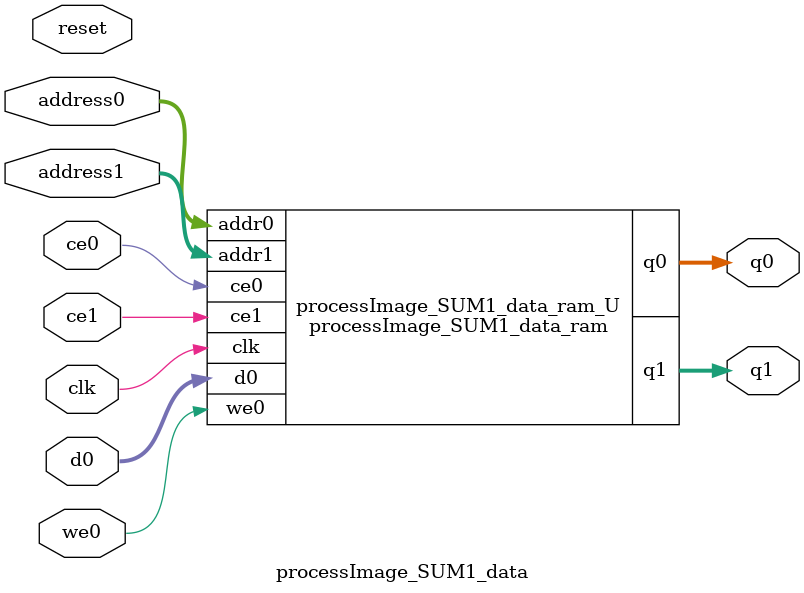
<source format=v>
`timescale 1 ns / 1 ps
module processImage_SUM1_data_ram (addr0, ce0, d0, we0, q0, addr1, ce1, q1,  clk);

parameter DWIDTH = 32;
parameter AWIDTH = 17;
parameter MEM_SIZE = 76800;

input[AWIDTH-1:0] addr0;
input ce0;
input[DWIDTH-1:0] d0;
input we0;
output reg[DWIDTH-1:0] q0;
input[AWIDTH-1:0] addr1;
input ce1;
output reg[DWIDTH-1:0] q1;
input clk;

(* ram_style = "block" *)reg [DWIDTH-1:0] ram[0:MEM_SIZE-1];




always @(posedge clk)  
begin 
    if (ce0) 
    begin
        if (we0) 
        begin 
            ram[addr0] <= d0; 
        end 
        q0 <= ram[addr0];
    end
end


always @(posedge clk)  
begin 
    if (ce1) 
    begin
        q1 <= ram[addr1];
    end
end


endmodule

`timescale 1 ns / 1 ps
module processImage_SUM1_data(
    reset,
    clk,
    address0,
    ce0,
    we0,
    d0,
    q0,
    address1,
    ce1,
    q1);

parameter DataWidth = 32'd32;
parameter AddressRange = 32'd76800;
parameter AddressWidth = 32'd17;
input reset;
input clk;
input[AddressWidth - 1:0] address0;
input ce0;
input we0;
input[DataWidth - 1:0] d0;
output[DataWidth - 1:0] q0;
input[AddressWidth - 1:0] address1;
input ce1;
output[DataWidth - 1:0] q1;



processImage_SUM1_data_ram processImage_SUM1_data_ram_U(
    .clk( clk ),
    .addr0( address0 ),
    .ce0( ce0 ),
    .we0( we0 ),
    .d0( d0 ),
    .q0( q0 ),
    .addr1( address1 ),
    .ce1( ce1 ),
    .q1( q1 ));

endmodule


</source>
